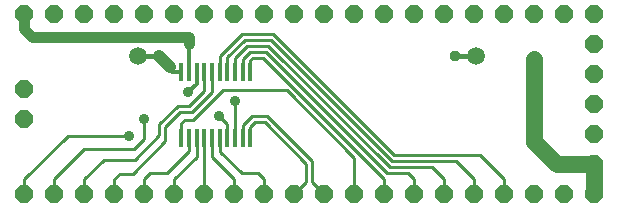
<source format=gbr>
G04 EAGLE Gerber RS-274X export*
G75*
%MOMM*%
%FSLAX34Y34*%
%LPD*%
%INTop Copper*%
%IPPOS*%
%AMOC8*
5,1,8,0,0,1.08239X$1,22.5*%
G01*
%ADD10R,0.300000X1.600000*%
%ADD11P,1.632244X8X112.500000*%
%ADD12P,1.632244X8X22.500000*%
%ADD13P,1.632244X8X202.500000*%
%ADD14C,1.500000*%
%ADD15C,0.906400*%
%ADD16C,0.956400*%
%ADD17C,1.473200*%
%ADD18C,0.299975*%
%ADD19C,0.906400*%
%ADD20C,0.254000*%
%ADD21C,0.381000*%
%ADD22C,1.016000*%


D10*
X145600Y60650D03*
X152100Y60650D03*
X158600Y60650D03*
X165100Y60650D03*
X171600Y60650D03*
X178100Y60650D03*
X184600Y60650D03*
X191100Y60650D03*
X197600Y60650D03*
X204100Y60650D03*
X145600Y116650D03*
X152100Y116650D03*
X158600Y116650D03*
X165100Y116650D03*
X171600Y116650D03*
X178100Y116650D03*
X184600Y116650D03*
X191100Y116650D03*
X197600Y116650D03*
X204100Y116650D03*
D11*
X495300Y38100D03*
X495300Y63500D03*
X495300Y88900D03*
X495300Y114300D03*
X495300Y139700D03*
D12*
X12700Y76200D03*
X12700Y101600D03*
X12700Y12700D03*
X38100Y12700D03*
X63500Y12700D03*
X88900Y12700D03*
X114300Y12700D03*
X139700Y12700D03*
X165100Y12700D03*
X190500Y12700D03*
X215900Y12700D03*
X241300Y12700D03*
X266700Y12700D03*
X292100Y12700D03*
X317500Y12700D03*
X342900Y12700D03*
X368300Y12700D03*
X393700Y12700D03*
X419100Y12700D03*
X444500Y12700D03*
X469900Y12700D03*
X495300Y12700D03*
D13*
X495300Y165100D03*
X469900Y165100D03*
X444500Y165100D03*
X419100Y165100D03*
X393700Y165100D03*
X368300Y165100D03*
X342900Y165100D03*
X317500Y165100D03*
X292100Y165100D03*
X266700Y165100D03*
X241300Y165100D03*
X215900Y165100D03*
X190500Y165100D03*
X165100Y165100D03*
X139700Y165100D03*
X114300Y165100D03*
X88900Y165100D03*
X63500Y165100D03*
X38100Y165100D03*
X12700Y165100D03*
D14*
X394970Y129540D03*
X109220Y129540D03*
D15*
X151580Y99060D03*
D16*
X444500Y127000D03*
D17*
X444500Y76200D01*
X444500Y57150D02*
X463550Y38100D01*
X444500Y57150D02*
X444500Y76200D01*
D16*
X444500Y76200D03*
D17*
X463550Y38100D02*
X495300Y38100D01*
D18*
X158600Y106080D02*
X151580Y99060D01*
X158600Y106080D02*
X158600Y116650D01*
D17*
X495300Y38100D02*
X495300Y12700D01*
D15*
X152100Y146050D03*
D18*
X152100Y139700D02*
X152100Y116650D01*
D19*
X152100Y139700D02*
X152100Y146050D01*
X19050Y146050D01*
X12700Y152400D01*
X12700Y165100D01*
D20*
X218440Y78740D02*
X256540Y40640D01*
X218440Y78740D02*
X205326Y78740D01*
X256540Y40640D02*
X256540Y22860D01*
X266700Y12700D01*
X205326Y78740D02*
X197600Y71014D01*
X197600Y60650D01*
X207822Y73660D02*
X216336Y73660D01*
X251460Y38536D02*
X251460Y22860D01*
X241300Y12700D01*
X251460Y38536D02*
X216336Y73660D01*
X207822Y73660D02*
X204100Y69938D01*
X204100Y60650D01*
D15*
X177800Y78740D03*
X101600Y62230D03*
D20*
X49530Y62230D01*
X12700Y25400D02*
X12700Y12700D01*
X177800Y78740D02*
X184600Y71940D01*
X184600Y60650D01*
X49530Y62230D02*
X12700Y25400D01*
D15*
X191100Y91440D03*
X114300Y76200D03*
D20*
X105410Y50800D02*
X63500Y50800D01*
X114300Y59690D02*
X114300Y76200D01*
X114300Y59690D02*
X105410Y50800D01*
X191100Y60650D02*
X191100Y91440D01*
X38100Y25400D02*
X38100Y12700D01*
X38100Y25400D02*
X63500Y50800D01*
X79820Y41720D02*
X63500Y25400D01*
X142642Y87482D02*
X152252Y87482D01*
X63500Y25400D02*
X63500Y12700D01*
X79820Y41720D02*
X106152Y41720D01*
X127070Y71910D02*
X142642Y87482D01*
X127070Y62639D02*
X106152Y41720D01*
X127070Y62639D02*
X127070Y71910D01*
X165100Y100330D02*
X165100Y116650D01*
X165100Y100330D02*
X152252Y87482D01*
X154630Y82240D02*
X144798Y82240D01*
X88900Y25400D02*
X88900Y12700D01*
X88900Y25400D02*
X93790Y30290D01*
X132150Y69592D02*
X144798Y82240D01*
X104446Y30290D02*
X93790Y30290D01*
X132150Y57994D02*
X132150Y69592D01*
X132150Y57994D02*
X104446Y30290D01*
X171600Y99210D02*
X171600Y116650D01*
X171600Y99210D02*
X154630Y82240D01*
X114300Y25340D02*
X114300Y12700D01*
X114300Y25340D02*
X119440Y30480D01*
X133350Y30480D01*
X152100Y49230D02*
X152100Y60650D01*
X152100Y49230D02*
X133350Y30480D01*
X139700Y25400D02*
X139700Y12700D01*
X139700Y25400D02*
X158600Y44300D01*
X158600Y60650D01*
X165100Y60650D02*
X165100Y12700D01*
X190500Y12700D02*
X190500Y25400D01*
X171600Y44300D02*
X171600Y60650D01*
X171600Y44300D02*
X190500Y25400D01*
X215900Y25400D02*
X215900Y12700D01*
X178100Y48948D02*
X178100Y60650D01*
X178100Y48948D02*
X196568Y30480D01*
X210820Y30480D02*
X215900Y25400D01*
X210820Y30480D02*
X196568Y30480D01*
X155584Y75890D02*
X148636Y75890D01*
X155584Y75890D02*
X180504Y100810D01*
X234724Y100810D01*
X292100Y43434D02*
X292100Y12700D01*
X292100Y43434D02*
X234724Y100810D01*
X145600Y72854D02*
X145600Y60650D01*
X145600Y72854D02*
X148636Y75890D01*
X206033Y128270D02*
X214630Y128270D01*
X317500Y25400D01*
X204100Y116650D02*
X204100Y126337D01*
X206033Y128270D01*
X317500Y25400D02*
X317500Y12700D01*
X319774Y30480D02*
X337820Y30480D01*
X319774Y30480D02*
X216904Y133350D01*
X203684Y133350D01*
X197600Y127266D01*
X342900Y25400D02*
X342900Y12700D01*
X197600Y116650D02*
X197600Y127266D01*
X337820Y30480D02*
X342900Y25400D01*
X219190Y138430D02*
X201366Y138430D01*
X219190Y138430D02*
X322060Y35560D01*
X358140Y35560D01*
X368300Y25400D02*
X368300Y12700D01*
X191100Y116650D02*
X191100Y128164D01*
X201366Y138430D01*
X358140Y35560D02*
X368300Y25400D01*
X221381Y143510D02*
X199120Y143510D01*
X184600Y128990D01*
X378206Y40894D02*
X393700Y25400D01*
X323997Y40894D02*
X221381Y143510D01*
X323997Y40894D02*
X378206Y40894D01*
X393700Y25400D02*
X393700Y12700D01*
X184600Y116650D02*
X184600Y128990D01*
X178100Y129752D02*
X196938Y148590D01*
X325882Y46228D02*
X398272Y46228D01*
X419100Y25400D01*
X223520Y148590D02*
X196938Y148590D01*
X223520Y148590D02*
X325882Y46228D01*
X419100Y25400D02*
X419100Y12700D01*
X178100Y116650D02*
X178100Y129752D01*
D15*
X127000Y129540D03*
D21*
X109220Y129540D01*
D22*
X127000Y129540D02*
X135919Y120621D01*
D18*
X137350Y116650D02*
X145600Y116650D01*
X135919Y118081D02*
X135919Y120621D01*
X135919Y118081D02*
X137350Y116650D01*
D16*
X377190Y129540D03*
D21*
X394970Y129540D01*
M02*

</source>
